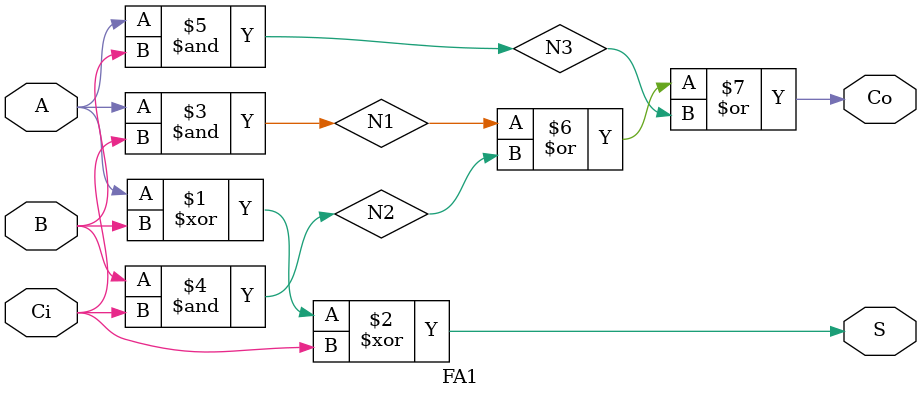
<source format=v>
`timescale 1ns / 1ns

module FA1(A, B, Ci, Co, S);

    input A, B, Ci;
    output Co, S;

    wire N1, N2, N3;

    xor Xor_1(S, A, B, Ci);
    and And_1(N1, A, Ci);
    and And_2(N2, B, Ci);
    and And_3(N3, A, B);
    or Or1(Co, N1, N2, N3);

endmodule
</source>
